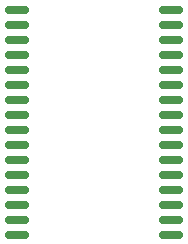
<source format=gts>
%TF.GenerationSoftware,KiCad,Pcbnew,7.0.1*%
%TF.CreationDate,2024-12-23T01:12:25-08:00*%
%TF.ProjectId,SOP32-DIP32_adapter,534f5033-322d-4444-9950-33325f616461,rev?*%
%TF.SameCoordinates,Original*%
%TF.FileFunction,Soldermask,Top*%
%TF.FilePolarity,Negative*%
%FSLAX46Y46*%
G04 Gerber Fmt 4.6, Leading zero omitted, Abs format (unit mm)*
G04 Created by KiCad (PCBNEW 7.0.1) date 2024-12-23 01:12:25*
%MOMM*%
%LPD*%
G01*
G04 APERTURE LIST*
G04 Aperture macros list*
%AMRoundRect*
0 Rectangle with rounded corners*
0 $1 Rounding radius*
0 $2 $3 $4 $5 $6 $7 $8 $9 X,Y pos of 4 corners*
0 Add a 4 corners polygon primitive as box body*
4,1,4,$2,$3,$4,$5,$6,$7,$8,$9,$2,$3,0*
0 Add four circle primitives for the rounded corners*
1,1,$1+$1,$2,$3*
1,1,$1+$1,$4,$5*
1,1,$1+$1,$6,$7*
1,1,$1+$1,$8,$9*
0 Add four rect primitives between the rounded corners*
20,1,$1+$1,$2,$3,$4,$5,0*
20,1,$1+$1,$4,$5,$6,$7,0*
20,1,$1+$1,$6,$7,$8,$9,0*
20,1,$1+$1,$8,$9,$2,$3,0*%
G04 Aperture macros list end*
%ADD10RoundRect,0.150000X-0.875000X-0.150000X0.875000X-0.150000X0.875000X0.150000X-0.875000X0.150000X0*%
G04 APERTURE END LIST*
D10*
%TO.C,REF\u002A\u002A*%
X102150000Y-87125000D03*
X102150000Y-88395000D03*
X102150000Y-89665000D03*
X102150000Y-90935000D03*
X102150000Y-92205000D03*
X102150000Y-93475000D03*
X102150000Y-94745000D03*
X102150000Y-96015000D03*
X102150000Y-97285000D03*
X102150000Y-98555000D03*
X102150000Y-99825000D03*
X102150000Y-101095000D03*
X102150000Y-102365000D03*
X102150000Y-103635000D03*
X102150000Y-104905000D03*
X102150000Y-106175000D03*
X115250000Y-106175000D03*
X115250000Y-104905000D03*
X115250000Y-103635000D03*
X115250000Y-102365000D03*
X115250000Y-101095000D03*
X115250000Y-99825000D03*
X115250000Y-98555000D03*
X115250000Y-97285000D03*
X115250000Y-96015000D03*
X115250000Y-94745000D03*
X115250000Y-93475000D03*
X115250000Y-92205000D03*
X115250000Y-90935000D03*
X115250000Y-89665000D03*
X115250000Y-88395000D03*
X115250000Y-87125000D03*
%TD*%
M02*

</source>
